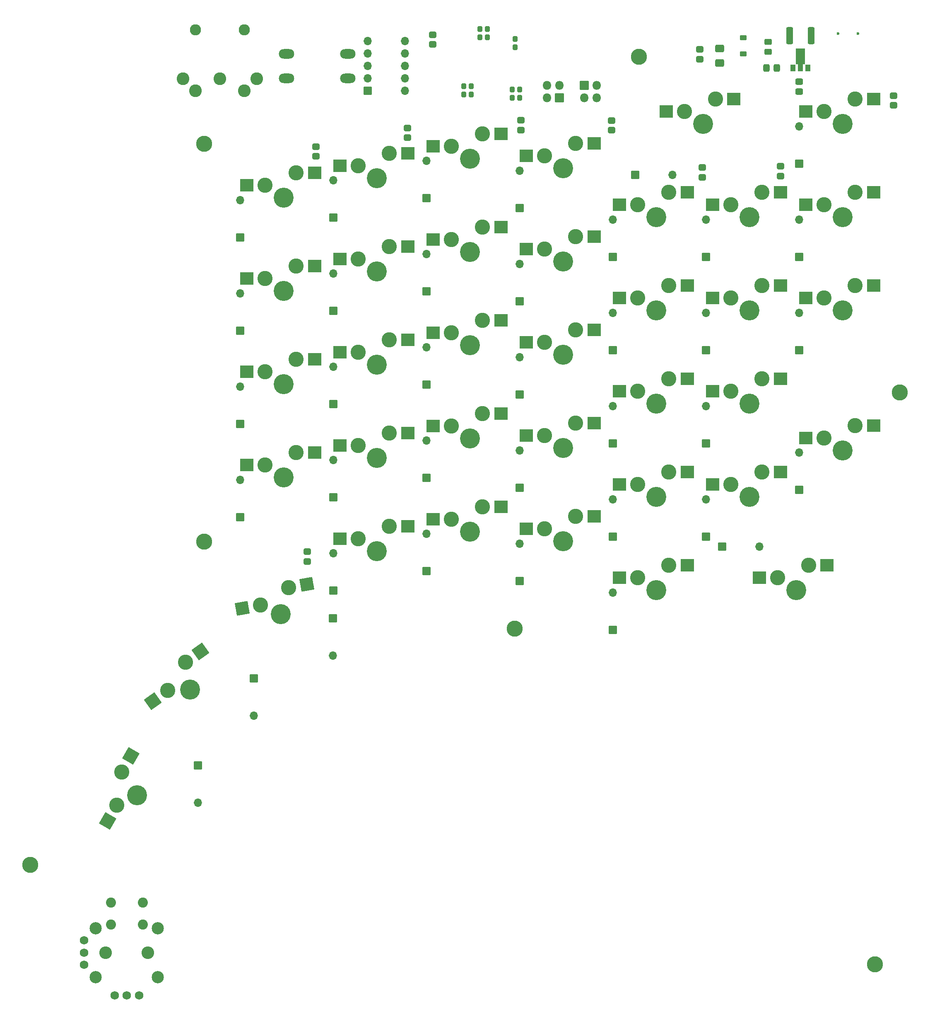
<source format=gbr>
%TF.GenerationSoftware,KiCad,Pcbnew,(6.0.0)*%
%TF.CreationDate,2022-01-02T22:49:07-08:00*%
%TF.ProjectId,thumbler_right,7468756d-626c-4657-925f-72696768742e,rev?*%
%TF.SameCoordinates,Original*%
%TF.FileFunction,Soldermask,Bot*%
%TF.FilePolarity,Negative*%
%FSLAX46Y46*%
G04 Gerber Fmt 4.6, Leading zero omitted, Abs format (unit mm)*
G04 Created by KiCad (PCBNEW (6.0.0)) date 2022-01-02 22:49:07*
%MOMM*%
%LPD*%
G01*
G04 APERTURE LIST*
G04 Aperture macros list*
%AMRoundRect*
0 Rectangle with rounded corners*
0 $1 Rounding radius*
0 $2 $3 $4 $5 $6 $7 $8 $9 X,Y pos of 4 corners*
0 Add a 4 corners polygon primitive as box body*
4,1,4,$2,$3,$4,$5,$6,$7,$8,$9,$2,$3,0*
0 Add four circle primitives for the rounded corners*
1,1,$1+$1,$2,$3*
1,1,$1+$1,$4,$5*
1,1,$1+$1,$6,$7*
1,1,$1+$1,$8,$9*
0 Add four rect primitives between the rounded corners*
20,1,$1+$1,$2,$3,$4,$5,0*
20,1,$1+$1,$4,$5,$6,$7,0*
20,1,$1+$1,$6,$7,$8,$9,0*
20,1,$1+$1,$8,$9,$2,$3,0*%
%AMFreePoly0*
4,1,21,3.897855,0.901855,3.912500,0.866500,3.912500,-0.866500,3.897855,-0.901855,3.862500,-0.916500,0.737500,-0.916500,0.702145,-0.901855,0.687500,-0.866500,0.687500,-0.500000,-0.737500,-0.500000,-0.772855,-0.485355,-0.787500,-0.450000,-0.787500,0.450000,-0.772855,0.485355,-0.737500,0.500000,0.687500,0.500000,0.687500,0.866500,0.702145,0.901855,0.737500,0.916500,3.862500,0.916500,
3.897855,0.901855,3.897855,0.901855,$1*%
G04 Aperture macros list end*
%ADD10C,3.300000*%
%ADD11RoundRect,0.050000X0.800000X-0.800000X0.800000X0.800000X-0.800000X0.800000X-0.800000X-0.800000X0*%
%ADD12O,1.700000X1.700000*%
%ADD13C,4.087800*%
%ADD14C,3.100000*%
%ADD15RoundRect,0.050000X-1.275000X-1.250000X1.275000X-1.250000X1.275000X1.250000X-1.275000X1.250000X0*%
%ADD16RoundRect,0.050000X-0.800000X-0.800000X0.800000X-0.800000X0.800000X0.800000X-0.800000X0.800000X0*%
%ADD17RoundRect,0.050000X-0.800000X0.800000X-0.800000X-0.800000X0.800000X-0.800000X0.800000X0.800000X0*%
%ADD18C,2.286000*%
%ADD19C,2.601600*%
%ADD20RoundRect,0.050000X-1.038570X-1.452411X1.472690X-1.009608X1.038570X1.452411X-1.472690X1.009608X0*%
%ADD21RoundRect,0.050000X-0.313653X-1.757768X1.763633X-0.278787X0.313653X1.757768X-1.763633X0.278787X0*%
%ADD22RoundRect,0.050000X0.445032X-1.729182X1.720032X0.479182X-0.445032X1.729182X-1.720032X-0.479182X0*%
%ADD23C,2.575000*%
%ADD24C,2.500000*%
%ADD25C,2.050000*%
%ADD26C,1.750000*%
%ADD27O,1.800000X1.800000*%
%ADD28RoundRect,0.050000X-0.850000X-0.850000X0.850000X-0.850000X0.850000X0.850000X-0.850000X0.850000X0*%
%ADD29RoundRect,0.050000X0.850000X0.850000X-0.850000X0.850000X-0.850000X-0.850000X0.850000X-0.850000X0*%
%ADD30C,0.600000*%
%ADD31RoundRect,0.300000X-0.475000X0.337500X-0.475000X-0.337500X0.475000X-0.337500X0.475000X0.337500X0*%
%ADD32RoundRect,0.300000X0.337500X0.475000X-0.337500X0.475000X-0.337500X-0.475000X0.337500X-0.475000X0*%
%ADD33RoundRect,0.287500X-0.237500X0.300000X-0.237500X-0.300000X0.237500X-0.300000X0.237500X0.300000X0*%
%ADD34RoundRect,0.287500X0.237500X-0.300000X0.237500X0.300000X-0.237500X0.300000X-0.237500X-0.300000X0*%
%ADD35RoundRect,0.299999X0.450001X-0.325001X0.450001X0.325001X-0.450001X0.325001X-0.450001X-0.325001X0*%
%ADD36RoundRect,0.299999X-0.450001X0.350001X-0.450001X-0.350001X0.450001X-0.350001X0.450001X0.350001X0*%
%ADD37O,3.148000X1.950000*%
%ADD38RoundRect,0.050000X0.450000X-0.650000X0.450000X0.650000X-0.450000X0.650000X-0.450000X-0.650000X0*%
%ADD39FreePoly0,90.000000*%
%ADD40RoundRect,0.050000X0.600000X-0.450000X0.600000X0.450000X-0.600000X0.450000X-0.600000X-0.450000X0*%
%ADD41RoundRect,0.300000X0.400000X1.450000X-0.400000X1.450000X-0.400000X-1.450000X0.400000X-1.450000X0*%
%ADD42RoundRect,0.300001X-0.624999X0.462499X-0.624999X-0.462499X0.624999X-0.462499X0.624999X0.462499X0*%
G04 APERTURE END LIST*
D10*
%TO.C,H7*%
X340360000Y-162560000D03*
%TD*%
%TO.C,H6*%
X403860000Y-261620000D03*
%TD*%
%TO.C,H5*%
X482600000Y-213360000D03*
%TD*%
%TO.C,H4*%
X477520000Y-330200000D03*
%TD*%
%TO.C,H3*%
X304800000Y-309880000D03*
%TD*%
%TO.C,H2*%
X429260000Y-144780000D03*
%TD*%
%TO.C,H1*%
X340360000Y-243840000D03*
%TD*%
D11*
%TO.C,D36*%
X347721000Y-181638500D03*
D12*
X347721000Y-174018500D03*
%TD*%
D13*
%TO.C,S35*%
X356649000Y-173547500D03*
D14*
X352839000Y-171007500D03*
X359189000Y-168467500D03*
D15*
X349089000Y-171007500D03*
X362939000Y-168467500D03*
%TD*%
D16*
%TO.C,D76*%
X446278000Y-244856000D03*
D12*
X453898000Y-244856000D03*
%TD*%
D17*
%TO.C,D52*%
X366674400Y-259486400D03*
D12*
X366674400Y-267106400D03*
%TD*%
D17*
%TO.C,D53*%
X350520000Y-271780000D03*
D12*
X350520000Y-279400000D03*
%TD*%
D18*
%TO.C,J6*%
X348575451Y-139241554D03*
X338575451Y-139241554D03*
D19*
X348575451Y-151741554D03*
X338575451Y-151741554D03*
X351075451Y-149241554D03*
X343575451Y-149241554D03*
X336075451Y-149241554D03*
%TD*%
D13*
%TO.C,S44*%
X356057200Y-258622800D03*
D14*
X351864016Y-256782988D03*
X357676479Y-253178910D03*
D20*
X348170987Y-257434169D03*
X361369508Y-252527730D03*
%TD*%
D14*
%TO.C,S45*%
X336587179Y-268454540D03*
D13*
X337464400Y-274066000D03*
D14*
X332887510Y-274206631D03*
D21*
X329832678Y-276381602D03*
X339642011Y-266279569D03*
%TD*%
D14*
%TO.C,S46*%
X323514591Y-290865495D03*
D13*
X326644000Y-295605200D03*
D14*
X322539295Y-297634757D03*
D22*
X320664295Y-300882352D03*
X325389591Y-287617900D03*
%TD*%
D23*
%TO.C,S34*%
X320243200Y-327785000D03*
D24*
X318218200Y-332785000D03*
X318218200Y-322785000D03*
X330868200Y-322785000D03*
X330868200Y-332785000D03*
D23*
X328843200Y-327785000D03*
D25*
X327793200Y-322035000D03*
X327793200Y-317535000D03*
X321293200Y-322035000D03*
X321293200Y-317535000D03*
D26*
X322043200Y-336515000D03*
X324543200Y-336515000D03*
X327043200Y-336515000D03*
X315813200Y-325285000D03*
X315813200Y-327785000D03*
X315813200Y-330285000D03*
%TD*%
D27*
%TO.C,J7*%
X420619000Y-153157000D03*
X418079000Y-153157000D03*
X420619000Y-150617000D03*
D28*
X418079000Y-150617000D03*
%TD*%
D27*
%TO.C,J5*%
X410469000Y-150627000D03*
X413009000Y-150627000D03*
X410469000Y-153167000D03*
D29*
X413009000Y-153167000D03*
%TD*%
D17*
%TO.C,D54*%
X339090000Y-289560000D03*
D12*
X339090000Y-297180000D03*
%TD*%
D30*
%TO.C,J8*%
X470010247Y-139997426D03*
X474010247Y-139997426D03*
%TD*%
D14*
%TO.C,S71*%
X457614000Y-251207500D03*
X463964000Y-248667500D03*
D13*
X461424000Y-253747500D03*
D15*
X453864000Y-251207500D03*
X467714000Y-248667500D03*
%TD*%
D14*
%TO.C,S39*%
X371889000Y-167007500D03*
D13*
X375699000Y-169547500D03*
D14*
X378239000Y-164467500D03*
D15*
X368139000Y-167007500D03*
X381989000Y-164467500D03*
%TD*%
D13*
%TO.C,S47*%
X394749000Y-165547500D03*
D14*
X397289000Y-160467500D03*
X390939000Y-163007500D03*
D15*
X387189000Y-163007500D03*
X401039000Y-160467500D03*
%TD*%
D13*
%TO.C,S52*%
X413799000Y-167547500D03*
D14*
X409989000Y-165007500D03*
X416339000Y-162467500D03*
D15*
X406239000Y-165007500D03*
X420089000Y-162467500D03*
%TD*%
D14*
%TO.C,S57*%
X435389000Y-172467500D03*
D13*
X432849000Y-177547500D03*
D14*
X429039000Y-175007500D03*
D15*
X425289000Y-175007500D03*
X439139000Y-172467500D03*
%TD*%
D14*
%TO.C,S62*%
X438564000Y-155957500D03*
D13*
X442374000Y-158497500D03*
D14*
X444914000Y-153417500D03*
D15*
X434814000Y-155957500D03*
X448664000Y-153417500D03*
%TD*%
D14*
%TO.C,S67*%
X467139000Y-155957500D03*
D13*
X470949000Y-158497500D03*
D14*
X473489000Y-153417500D03*
D15*
X463389000Y-155957500D03*
X477239000Y-153417500D03*
%TD*%
D14*
%TO.C,S36*%
X352839000Y-190057500D03*
D13*
X356649000Y-192597500D03*
D14*
X359189000Y-187517500D03*
D15*
X349089000Y-190057500D03*
X362939000Y-187517500D03*
%TD*%
D14*
%TO.C,S40*%
X378239000Y-183517500D03*
X371889000Y-186057500D03*
D13*
X375699000Y-188597500D03*
D15*
X368139000Y-186057500D03*
X381989000Y-183517500D03*
%TD*%
D14*
%TO.C,S48*%
X397289000Y-179517500D03*
X390939000Y-182057500D03*
D13*
X394749000Y-184597500D03*
D15*
X387189000Y-182057500D03*
X401039000Y-179517500D03*
%TD*%
D14*
%TO.C,S53*%
X409989000Y-184057500D03*
D13*
X413799000Y-186597500D03*
D14*
X416339000Y-181517500D03*
D15*
X406239000Y-184057500D03*
X420089000Y-181517500D03*
%TD*%
D13*
%TO.C,S58*%
X432849000Y-196597500D03*
D14*
X429039000Y-194057500D03*
X435389000Y-191517500D03*
D15*
X425289000Y-194057500D03*
X439139000Y-191517500D03*
%TD*%
D13*
%TO.C,S63*%
X451899000Y-177547500D03*
D14*
X448089000Y-175007500D03*
X454439000Y-172467500D03*
D15*
X444339000Y-175007500D03*
X458189000Y-172467500D03*
%TD*%
D14*
%TO.C,S68*%
X467139000Y-175007500D03*
D13*
X470949000Y-177547500D03*
D14*
X473489000Y-172467500D03*
D15*
X463389000Y-175007500D03*
X477239000Y-172467500D03*
%TD*%
D13*
%TO.C,S37*%
X356649000Y-211647500D03*
D14*
X352839000Y-209107500D03*
X359189000Y-206567500D03*
D15*
X349089000Y-209107500D03*
X362939000Y-206567500D03*
%TD*%
D13*
%TO.C,S41*%
X375699000Y-207647500D03*
D14*
X378239000Y-202567500D03*
X371889000Y-205107500D03*
D15*
X368139000Y-205107500D03*
X381989000Y-202567500D03*
%TD*%
D13*
%TO.C,S49*%
X394749000Y-203647500D03*
D14*
X390939000Y-201107500D03*
X397289000Y-198567500D03*
D15*
X387189000Y-201107500D03*
X401039000Y-198567500D03*
%TD*%
D14*
%TO.C,S54*%
X409989000Y-203107500D03*
X416339000Y-200567500D03*
D13*
X413799000Y-205647500D03*
D15*
X406239000Y-203107500D03*
X420089000Y-200567500D03*
%TD*%
D14*
%TO.C,S59*%
X435389000Y-210567500D03*
D13*
X432849000Y-215647500D03*
D14*
X429039000Y-213107500D03*
D15*
X425289000Y-213107500D03*
X439139000Y-210567500D03*
%TD*%
D13*
%TO.C,S64*%
X451899000Y-196597500D03*
D14*
X448089000Y-194057500D03*
X454439000Y-191517500D03*
D15*
X444339000Y-194057500D03*
X458189000Y-191517500D03*
%TD*%
D14*
%TO.C,S69*%
X467139000Y-194057500D03*
X473489000Y-191517500D03*
D13*
X470949000Y-196597500D03*
D15*
X463389000Y-194057500D03*
X477239000Y-191517500D03*
%TD*%
D13*
%TO.C,S38*%
X356649000Y-230697500D03*
D14*
X352839000Y-228157500D03*
X359189000Y-225617500D03*
D15*
X349089000Y-228157500D03*
X362939000Y-225617500D03*
%TD*%
D14*
%TO.C,S42*%
X378239000Y-221617500D03*
D13*
X375699000Y-226697500D03*
D14*
X371889000Y-224157500D03*
D15*
X368139000Y-224157500D03*
X381989000Y-221617500D03*
%TD*%
D14*
%TO.C,S50*%
X390939000Y-220157500D03*
X397289000Y-217617500D03*
D13*
X394749000Y-222697500D03*
D15*
X387189000Y-220157500D03*
X401039000Y-217617500D03*
%TD*%
D14*
%TO.C,S55*%
X409989000Y-222157500D03*
D13*
X413799000Y-224697500D03*
D14*
X416339000Y-219617500D03*
D15*
X406239000Y-222157500D03*
X420089000Y-219617500D03*
%TD*%
D13*
%TO.C,S60*%
X432849000Y-234697500D03*
D14*
X429039000Y-232157500D03*
X435389000Y-229617500D03*
D15*
X425289000Y-232157500D03*
X439139000Y-229617500D03*
%TD*%
D14*
%TO.C,S65*%
X454439000Y-210567500D03*
X448089000Y-213107500D03*
D13*
X451899000Y-215647500D03*
D15*
X444339000Y-213107500D03*
X458189000Y-210567500D03*
%TD*%
D13*
%TO.C,S70*%
X470949000Y-225172500D03*
D14*
X467139000Y-222632500D03*
X473489000Y-220092500D03*
D15*
X463389000Y-222632500D03*
X477239000Y-220092500D03*
%TD*%
D14*
%TO.C,S43*%
X371889000Y-243207500D03*
X378239000Y-240667500D03*
D13*
X375699000Y-245747500D03*
D15*
X368139000Y-243207500D03*
X381989000Y-240667500D03*
%TD*%
D14*
%TO.C,S51*%
X397289000Y-236667500D03*
D13*
X394749000Y-241747500D03*
D14*
X390939000Y-239207500D03*
D15*
X387189000Y-239207500D03*
X401039000Y-236667500D03*
%TD*%
D14*
%TO.C,S56*%
X416339000Y-238667500D03*
D13*
X413799000Y-243747500D03*
D14*
X409989000Y-241207500D03*
D15*
X406239000Y-241207500D03*
X420089000Y-238667500D03*
%TD*%
D13*
%TO.C,S61*%
X432849000Y-253747500D03*
D14*
X429039000Y-251207500D03*
X435389000Y-248667500D03*
D15*
X425289000Y-251207500D03*
X439139000Y-248667500D03*
%TD*%
D13*
%TO.C,S66*%
X451899000Y-234697500D03*
D14*
X448089000Y-232157500D03*
X454439000Y-229617500D03*
D15*
X444339000Y-232157500D03*
X458189000Y-229617500D03*
%TD*%
D11*
%TO.C,D40*%
X366771000Y-177638500D03*
D12*
X366771000Y-170018500D03*
%TD*%
D11*
%TO.C,D46*%
X385821000Y-173638500D03*
D12*
X385821000Y-166018500D03*
%TD*%
D11*
%TO.C,D56*%
X404871000Y-175638500D03*
D12*
X404871000Y-168018500D03*
%TD*%
D11*
%TO.C,D61*%
X423921000Y-185638500D03*
D12*
X423921000Y-178018500D03*
%TD*%
D16*
%TO.C,D67*%
X428498000Y-168910000D03*
D12*
X436118000Y-168910000D03*
%TD*%
D11*
%TO.C,D72*%
X462021000Y-166588500D03*
D12*
X462021000Y-158968500D03*
%TD*%
D11*
%TO.C,D37*%
X347721000Y-200688500D03*
D12*
X347721000Y-193068500D03*
%TD*%
D11*
%TO.C,D41*%
X366771000Y-196688500D03*
D12*
X366771000Y-189068500D03*
%TD*%
D11*
%TO.C,D47*%
X385821000Y-192688500D03*
D12*
X385821000Y-185068500D03*
%TD*%
D11*
%TO.C,D57*%
X404871000Y-194688500D03*
D12*
X404871000Y-187068500D03*
%TD*%
D11*
%TO.C,D62*%
X423921000Y-204688500D03*
D12*
X423921000Y-197068500D03*
%TD*%
D11*
%TO.C,D68*%
X442971000Y-185638500D03*
D12*
X442971000Y-178018500D03*
%TD*%
D11*
%TO.C,D73*%
X462021000Y-185638500D03*
D12*
X462021000Y-178018500D03*
%TD*%
D11*
%TO.C,D38*%
X347721000Y-219738500D03*
D12*
X347721000Y-212118500D03*
%TD*%
D11*
%TO.C,D42*%
X366771000Y-215738500D03*
D12*
X366771000Y-208118500D03*
%TD*%
D11*
%TO.C,D48*%
X385821000Y-211738500D03*
D12*
X385821000Y-204118500D03*
%TD*%
D11*
%TO.C,D58*%
X404871000Y-213738500D03*
D12*
X404871000Y-206118500D03*
%TD*%
D11*
%TO.C,D63*%
X423921000Y-223738500D03*
D12*
X423921000Y-216118500D03*
%TD*%
D11*
%TO.C,D69*%
X442971000Y-204688500D03*
D12*
X442971000Y-197068500D03*
%TD*%
D11*
%TO.C,D74*%
X462021000Y-204688500D03*
D12*
X462021000Y-197068500D03*
%TD*%
D11*
%TO.C,D39*%
X347721000Y-238788500D03*
D12*
X347721000Y-231168500D03*
%TD*%
D11*
%TO.C,D43*%
X366771000Y-234788500D03*
D12*
X366771000Y-227168500D03*
%TD*%
D11*
%TO.C,D49*%
X385821000Y-230788500D03*
D12*
X385821000Y-223168500D03*
%TD*%
D11*
%TO.C,D59*%
X404871000Y-232788500D03*
D12*
X404871000Y-225168500D03*
%TD*%
D11*
%TO.C,D64*%
X423921000Y-242788500D03*
D12*
X423921000Y-235168500D03*
%TD*%
D11*
%TO.C,D70*%
X442971000Y-223738500D03*
D12*
X442971000Y-216118500D03*
%TD*%
D11*
%TO.C,D75*%
X462021000Y-233263500D03*
D12*
X462021000Y-225643500D03*
%TD*%
D11*
%TO.C,D44*%
X366771000Y-253838500D03*
D12*
X366771000Y-246218500D03*
%TD*%
D11*
%TO.C,D50*%
X385821000Y-249838500D03*
D12*
X385821000Y-242218500D03*
%TD*%
D11*
%TO.C,D60*%
X404871000Y-251838500D03*
D12*
X404871000Y-244218500D03*
%TD*%
D11*
%TO.C,D65*%
X423921000Y-261838500D03*
D12*
X423921000Y-254218500D03*
%TD*%
D11*
%TO.C,D71*%
X442971000Y-242788500D03*
D12*
X442971000Y-235168500D03*
%TD*%
D31*
%TO.C,C14*%
X462026000Y-149817000D03*
X462026000Y-151892000D03*
%TD*%
D32*
%TO.C,C15*%
X457454000Y-147066000D03*
X455379000Y-147066000D03*
%TD*%
D33*
%TO.C,C16*%
X393410500Y-150780500D03*
X393410500Y-152505500D03*
%TD*%
%TO.C,C17*%
X404840500Y-153140500D03*
X404840500Y-151415500D03*
%TD*%
%TO.C,C18*%
X394934500Y-150780500D03*
X394934500Y-152505500D03*
%TD*%
%TO.C,C19*%
X403316500Y-153140500D03*
X403316500Y-151415500D03*
%TD*%
D34*
%TO.C,C20*%
X403951500Y-142829200D03*
X403951500Y-141104200D03*
%TD*%
%TO.C,C21*%
X396712500Y-140821500D03*
X396712500Y-139096500D03*
%TD*%
%TO.C,C22*%
X398236500Y-140821500D03*
X398236500Y-139096500D03*
%TD*%
D35*
%TO.C,FB2*%
X455676000Y-143773000D03*
X455676000Y-141723000D03*
%TD*%
D36*
%TO.C,R27*%
X441706000Y-143256000D03*
X441706000Y-145256000D03*
%TD*%
%TO.C,R13*%
X363220000Y-163112000D03*
X363220000Y-165112000D03*
%TD*%
%TO.C,R15*%
X381944000Y-159290000D03*
X381944000Y-161290000D03*
%TD*%
%TO.C,R16*%
X361442000Y-245888000D03*
X361442000Y-247888000D03*
%TD*%
%TO.C,R19*%
X405130000Y-157750000D03*
X405130000Y-159750000D03*
%TD*%
%TO.C,R20*%
X423672000Y-157766000D03*
X423672000Y-159766000D03*
%TD*%
%TO.C,R23*%
X387096000Y-140240000D03*
X387096000Y-142240000D03*
%TD*%
%TO.C,R24*%
X442214000Y-167402000D03*
X442214000Y-169402000D03*
%TD*%
%TO.C,R25*%
X458216000Y-167148000D03*
X458216000Y-169148000D03*
%TD*%
%TO.C,R26*%
X481330000Y-152686000D03*
X481330000Y-154686000D03*
%TD*%
D37*
%TO.C,SW3*%
X369734000Y-149185000D03*
X357234000Y-149185000D03*
X357234000Y-144185000D03*
X369734000Y-144185000D03*
%TD*%
D16*
%TO.C,SW4*%
X373811750Y-151742000D03*
D12*
X373811750Y-149202000D03*
X373811750Y-146662000D03*
X373811750Y-144122000D03*
X373811750Y-141582000D03*
X381431750Y-141582000D03*
X381431750Y-144122000D03*
X381431750Y-146662000D03*
X381431750Y-149202000D03*
X381431750Y-151742000D03*
%TD*%
D38*
%TO.C,U3*%
X463780000Y-147065000D03*
D39*
X462280000Y-146977500D03*
D38*
X460780000Y-147065000D03*
%TD*%
D40*
%TO.C,D66*%
X450596000Y-144144000D03*
X450596000Y-140844000D03*
%TD*%
D41*
%TO.C,F2*%
X464505000Y-140462000D03*
X460055000Y-140462000D03*
%TD*%
D42*
%TO.C,D77*%
X445770000Y-143038500D03*
X445770000Y-146013500D03*
%TD*%
M02*

</source>
